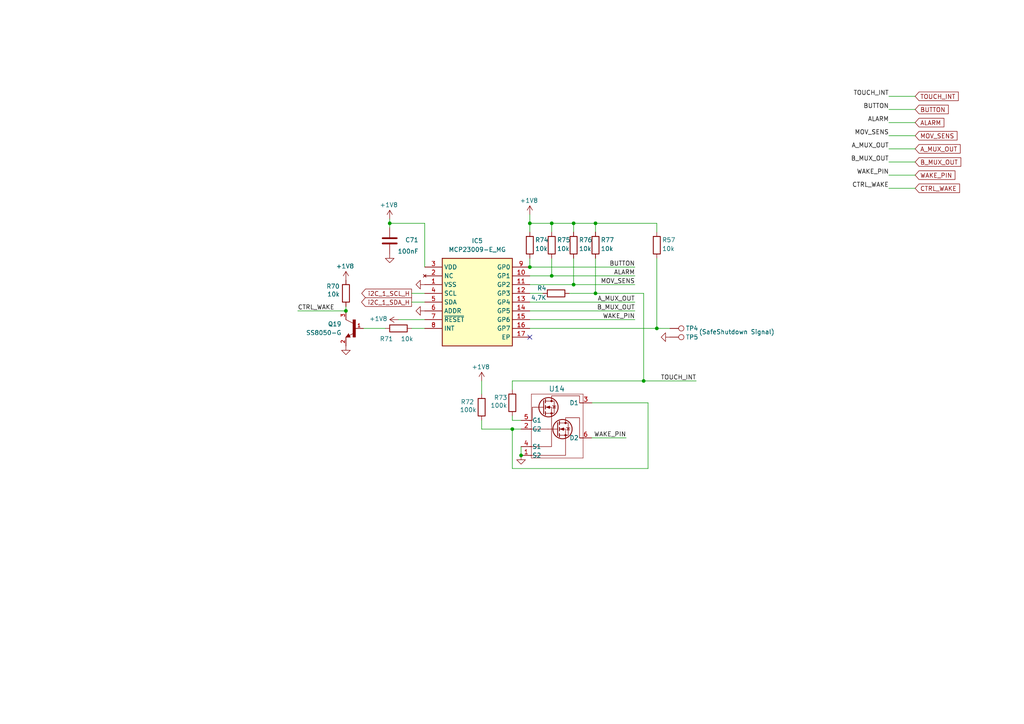
<source format=kicad_sch>
(kicad_sch (version 20231120) (generator "eeschema") (generator_version "8.0")
  (paper "A4")
  (lib_symbols
    (symbol "Connector:TestPoint" (pin_numbers hide) (pin_names (offset 0.762) hide)
      (property "Reference" "TP" (at 0 6.858 0))
      (property "Value" "TestPoint" (at 0 5.08 0))
      (symbol "TestPoint_0_1"
        (circle (center 0 3.302) (radius 0.762))
      )
      (symbol "TestPoint_1_1"
        (pin passive line (at 0 0 90) (length 2.54) (name "1") (number "1"))
      )
    )
    (symbol "DMN53D0LDW:DMN53D0LDW-7" (pin_names (offset 0.254))
      (property "Reference" "U13" (at 14.986 9.144 0))
      (symbol "DMN53D0LDW-7_0_1"
        (polyline (pts (xy 7.62 -10.922) (xy 22.606 -10.922)) (stroke (width 0.127)))
        (polyline (pts (xy 7.62 7.62) (xy 7.62 -10.922)) (stroke (width 0.127)))
        (polyline (pts (xy 11.176 3.81) (xy 8.382 3.81)))
        (polyline (pts (xy 11.176 5.715) (xy 11.176 1.905)) (stroke (width 0.254)))
        (polyline (pts (xy 11.684 2.54) (xy 11.684 1.524)) (stroke (width 0.254)))
        (polyline (pts (xy 11.684 4.318) (xy 11.684 3.302)) (stroke (width 0.254)))
        (polyline (pts (xy 11.684 6.096) (xy 11.684 5.08)) (stroke (width 0.254)))
        (polyline (pts (xy 13.462 6.35) (xy 13.462 5.588)))
        (polyline (pts (xy 15.24 -2.54) (xy 12.446 -2.54)))
        (polyline (pts (xy 15.24 -0.635) (xy 15.24 -4.445)) (stroke (width 0.254)))
        (polyline (pts (xy 15.748 -3.81) (xy 15.748 -4.826)) (stroke (width 0.254)))
        (polyline (pts (xy 15.748 -2.032) (xy 15.748 -3.048)) (stroke (width 0.254)))
        (polyline (pts (xy 15.748 -0.254) (xy 15.748 -1.27)) (stroke (width 0.254)))
        (polyline (pts (xy 17.526 0) (xy 17.526 -0.762)))
        (polyline (pts (xy 22.606 -10.922) (xy 22.606 7.62)) (stroke (width 0.127)))
        (polyline (pts (xy 22.606 7.62) (xy 7.62 7.62)) (stroke (width 0.127)))
        (polyline (pts (xy 13.462 1.27) (xy 13.462 3.81) (xy 11.684 3.81)))
        (polyline (pts (xy 17.526 -5.08) (xy 17.526 -2.54) (xy 15.748 -2.54)))
        (polyline (pts (xy 11.684 2.032) (xy 14.224 2.032) (xy 14.224 5.588) (xy 11.684 5.588)))
        (polyline (pts (xy 11.938 3.81) (xy 12.954 4.191) (xy 12.954 3.429) (xy 11.938 3.81)) (fill (type outline)))
        (polyline (pts (xy 13.716 4.318) (xy 13.843 4.191) (xy 14.605 4.191) (xy 14.732 4.064)))
        (polyline (pts (xy 14.224 4.191) (xy 13.843 3.556) (xy 14.605 3.556) (xy 14.224 4.191)))
        (polyline (pts (xy 15.748 -4.318) (xy 18.288 -4.318) (xy 18.288 -0.762) (xy 15.748 -0.762)))
        (polyline (pts (xy 16.002 -2.54) (xy 17.018 -2.159) (xy 17.018 -2.921) (xy 16.002 -2.54)) (fill (type outline)))
        (polyline (pts (xy 17.78 -2.032) (xy 17.907 -2.159) (xy 18.669 -2.159) (xy 18.796 -2.286)))
        (polyline (pts (xy 18.288 -2.159) (xy 17.907 -2.794) (xy 18.669 -2.794) (xy 18.288 -2.159)))
        (circle (center 12.573 3.81) (radius 2.794) (stroke (width 0.254)))
        (circle (center 13.462 2.032) (radius 0.254) (fill (type outline)))
        (circle (center 13.462 5.588) (radius 0.254) (fill (type outline)))
        (circle (center 16.637 -2.54) (radius 2.794) (stroke (width 0.254)))
        (circle (center 17.526 -4.318) (radius 0.254) (fill (type outline)))
        (circle (center 17.526 -0.762) (radius 0.254) (fill (type outline)))
      )
      (symbol "DMN53D0LDW-7_1_0"
        (pin unspecified line (at 4.62 0 0) (length 3) (name "G1") (number "5"))
      )
      (symbol "DMN53D0LDW-7_1_1"
        (polyline (pts (xy 12.446 -2.54) (xy 7.112 -2.54)))
        (polyline (pts (xy 13.462 1.524) (xy 13.462 -7.62) (xy 7.112 -7.62)))
        (polyline (pts (xy 17.526 -4.826) (xy 17.526 -10.16) (xy 7.366 -10.16)))
        (polyline (pts (xy 9.144 3.81) (xy 7.874 3.81) (xy 7.874 0) (xy 6.858 0)))
        (polyline (pts (xy 13.4657 6.4125) (xy 13.4675 6.8401) (xy 13.462 7.112) (xy 21.59 7.112) (xy 21.59 5.08) (xy 22.606 5.08)))
        (polyline (pts (xy 17.5297 0.0625) (xy 17.5315 0.4901) (xy 17.526 0.762) (xy 21.59 0.762) (xy 21.59 -5.08) (xy 22.606 -5.08)))
        (pin unspecified line (at 4.62 -10.16 0) (length 3) (name "S2") (number "1"))
        (pin unspecified line (at 4.62 -2.54 0) (length 3) (name "G2") (number "2"))
        (pin unspecified line (at 25.19 5.08 180) (length 3.6) (name "D1") (number "3"))
        (pin unspecified line (at 4.62 -7.62 0) (length 3) (name "S1") (number "4"))
        (pin unspecified line (at 25.09 -5.08 180) (length 3.5) (name "D2") (number "6"))
      )
    )
    (symbol "Device:C" (pin_numbers hide) (pin_names (offset 0.254))
      (property "Reference" "C" (at 0.635 2.54 0))
      (property "Value" "C" (at 0.635 -2.54 0))
      (symbol "C_0_1"
        (polyline (pts (xy -2.032 -0.762) (xy 2.032 -0.762)) (stroke (width 0.508)))
        (polyline (pts (xy -2.032 0.762) (xy 2.032 0.762)) (stroke (width 0.508)))
      )
      (symbol "C_1_1"
        (pin passive line (at 0 3.81 270) (length 2.794) (name "~") (number "1"))
        (pin passive line (at 0 -3.81 90) (length 2.794) (name "~") (number "2"))
      )
    )
    (symbol "Device:R" (pin_numbers hide) (pin_names (offset 0))
      (property "Reference" "R" (at 2.032 0 90))
      (property "Value" "R" (at 0 0 90))
      (symbol "R_0_1"
        (rectangle (start -1.016 -2.54) (end 1.016 2.54) (stroke (width 0.254)))
      )
      (symbol "R_1_1"
        (pin passive line (at 0 3.81 270) (length 1.27) (name "~") (number "1"))
        (pin passive line (at 0 -3.81 90) (length 1.27) (name "~") (number "2"))
      )
    )
    (symbol "MCP23009:MCP23009-E_MG"
      (property "Reference" "IC" (at 26.67 7.62 0))
      (property "Value" "MCP23009-E_MG" (at 26.67 5.08 0))
      (symbol "MCP23009-E_MG_1_1"
        (rectangle (start 5.08 2.54) (end 25.4 -22.86) (stroke (width 0.254)) (fill (type background)))
        (pin power_in line (at 0 -5.08 0) (length 5.08) (name "VSS") (number "1"))
        (pin bidirectional line (at 30.48 -2.54 180) (length 5.08) (name "GP1") (number "10"))
        (pin bidirectional line (at 30.48 -5.08 180) (length 5.08) (name "GP2") (number "11"))
        (pin bidirectional line (at 30.48 -7.62 180) (length 5.08) (name "GP3") (number "12"))
        (pin bidirectional line (at 30.48 -10.16 180) (length 5.08) (name "GP4") (number "13"))
        (pin bidirectional line (at 30.48 -12.7 180) (length 5.08) (name "GP5") (number "14"))
        (pin bidirectional line (at 30.48 -15.24 180) (length 5.08) (name "GP6") (number "15"))
        (pin bidirectional line (at 30.48 -17.78 180) (length 5.08) (name "GP7") (number "16"))
        (pin passive line (at 30.48 -20.32 180) (length 5.08) (name "EP") (number "17"))
        (pin no_connect line (at 0 -2.54 0) (length 5.08) (name "NC") (number "2"))
        (pin power_in line (at 0 0 0) (length 5.08) (name "VDD") (number "3"))
        (pin input line (at 0 -7.62 0) (length 5.08) (name "SCL") (number "4"))
        (pin bidirectional line (at 0 -10.16 0) (length 5.08) (name "SDA") (number "5"))
        (pin input line (at 0 -12.7 0) (length 5.08) (name "ADDR") (number "6"))
        (pin input line (at 0 -15.24 0) (length 5.08) (name "~{RESET}") (number "7"))
        (pin output line (at 0 -17.78 0) (length 5.08) (name "INT") (number "8"))
        (pin bidirectional line (at 30.48 0 180) (length 5.08) (name "GP0") (number "9"))
      )
    )
    (symbol "SS8050-G:SS8050-G" (pin_names (offset 1.016))
      (property "Reference" "Q" (at -10.16 7.62 0))
      (property "Value" "SS8050-G" (at -10.16 -7.62 0))
      (symbol "SS8050-G_0_0"
        (rectangle (start -0.254 -2.54) (end 0.508 2.54) (stroke (width 0.1)) (fill (type outline)))
        (polyline (pts (xy 1.27 -2.54) (xy 1.778 -1.524)) (stroke (width 0.1524)))
        (polyline (pts (xy 1.524 -2.413) (xy 2.286 -2.413)) (stroke (width 0.254)))
        (polyline (pts (xy 1.524 -2.286) (xy 1.905 -2.286)) (stroke (width 0.254)))
        (polyline (pts (xy 1.54 -2.04) (xy 0.308 -1.424)) (stroke (width 0.1524)))
        (polyline (pts (xy 1.778 -1.778) (xy 1.524 -2.286)) (stroke (width 0.254)))
        (polyline (pts (xy 1.778 -1.524) (xy 2.54 -2.54)) (stroke (width 0.1524)))
        (polyline (pts (xy 1.905 -2.286) (xy 1.778 -2.032)) (stroke (width 0.254)))
        (polyline (pts (xy 2.286 -2.413) (xy 1.778 -1.778)) (stroke (width 0.254)))
        (polyline (pts (xy 2.54 -2.54) (xy 1.27 -2.54)) (stroke (width 0.1524)))
        (polyline (pts (xy 2.54 2.54) (xy 0.508 1.524)) (stroke (width 0.1524)))
        (pin passive line (at -2.54 0 0) (length 2.54) (name "~") (number "1"))
        (pin passive line (at 2.54 -5.08 90) (length 2.54) (name "~") (number "2"))
        (pin passive line (at 2.54 5.08 270) (length 2.54) (name "~") (number "3"))
      )
    )
    (symbol "power:+1V8" (power) (pin_names (offset 0))
      (property "Value" "+1V8" (at 0 3.556 0))
      (symbol "+1V8_0_1"
        (polyline (pts (xy -0.762 1.27) (xy 0 2.54)))
        (polyline (pts (xy 0 0) (xy 0 2.54)))
        (polyline (pts (xy 0 2.54) (xy 0.762 1.27)))
      )
      (symbol "+1V8_1_1"
        (pin power_in line (at 0 0 90) (length 0) hide (name "+1V8") (number "1"))
      )
    )
    (symbol "power:GND" (power) (pin_names (offset 0))
      (property "Value" "GND" (at 0 -3.81 0))
      (symbol "GND_0_1"
        (polyline (pts (xy 0 0) (xy 0 -1.27) (xy 1.27 -1.27) (xy 0 -2.54) (xy -1.27 -1.27) (xy 0 -1.27)))
      )
      (symbol "GND_1_1"
        (pin power_in line (at 0 0 270) (length 0) hide (name "GND") (number "1"))
      )
    )
  )
  (junction (at 166.37 82.55))
  (junction (at 160.02 80.01))
  (junction (at 148.59 124.46))
  (junction (at 172.72 85.09))
  (junction (at 153.67 64.77))
  (junction (at 100.33 90.17))
  (junction (at 160.02 64.77))
  (junction (at 172.72 64.77))
  (junction (at 190.5 95.25))
  (junction (at 186.69 110.49))
  (junction (at 153.67 77.47))
  (junction (at 113.03 64.77))
  (junction (at 166.37 64.77))
  (junction (at 151.13 132.08))
  (no_connect (at 153.67 97.79))
  (wire (pts (xy 151.13 129.54) (xy 151.13 132.08)))
  (wire (pts (xy 257.81 35.56) (xy 265.43 35.56)))
  (wire (pts (xy 113.03 63.5) (xy 113.03 64.77)))
  (wire (pts (xy 160.02 74.93) (xy 160.02 80.01)))
  (wire (pts (xy 166.37 64.77) (xy 166.37 67.31)))
  (wire (pts (xy 153.67 85.09) (xy 157.48 85.09)))
  (wire (pts (xy 113.03 64.77) (xy 123.19 64.77)))
  (wire (pts (xy 139.7 110.49) (xy 139.7 114.3)))
  (wire (pts (xy 139.7 121.92) (xy 139.7 124.46)))
  (wire (pts (xy 172.72 64.77) (xy 190.5 64.77)))
  (wire (pts (xy 166.37 82.55) (xy 184.15 82.55)))
  (wire (pts (xy 148.59 110.49) (xy 148.59 113.03)))
  (wire (pts (xy 257.81 27.94) (xy 265.43 27.94)))
  (wire (pts (xy 171.7 116.84) (xy 187.96 116.84)))
  (wire (pts (xy 172.72 85.09) (xy 186.69 85.09)))
  (wire (pts (xy 153.67 77.47) (xy 184.15 77.47)))
  (wire (pts (xy 165.1 85.09) (xy 172.72 85.09)))
  (wire (pts (xy 257.81 43.18) (xy 265.43 43.18)))
  (wire (pts (xy 148.59 120.65) (xy 148.59 121.92)))
  (wire (pts (xy 148.59 110.49) (xy 186.69 110.49)))
  (wire (pts (xy 186.69 85.09) (xy 186.69 110.49)))
  (wire (pts (xy 186.69 110.49) (xy 201.93 110.49)))
  (wire (pts (xy 187.96 116.84) (xy 187.96 135.89)))
  (wire (pts (xy 115.57 92.71) (xy 123.19 92.71)))
  (wire (pts (xy 148.59 121.92) (xy 151.13 121.92)))
  (wire (pts (xy 153.67 80.01) (xy 160.02 80.01)))
  (wire (pts (xy 166.37 74.93) (xy 166.37 82.55)))
  (wire (pts (xy 113.03 64.77) (xy 113.03 66.04)))
  (wire (pts (xy 172.72 64.77) (xy 172.72 67.31)))
  (wire (pts (xy 119.38 85.09) (xy 123.19 85.09)))
  (wire (pts (xy 190.5 64.77) (xy 190.5 67.31)))
  (wire (pts (xy 100.33 88.9) (xy 100.33 90.17)))
  (wire (pts (xy 190.5 95.25) (xy 194.31 95.25)))
  (wire (pts (xy 265.43 54.61) (xy 257.81 54.61)))
  (wire (pts (xy 171.6 127) (xy 181.61 127)))
  (wire (pts (xy 257.81 50.8) (xy 265.43 50.8)))
  (wire (pts (xy 257.81 31.75) (xy 265.43 31.75)))
  (wire (pts (xy 172.72 74.93) (xy 172.72 85.09)))
  (wire (pts (xy 153.67 87.63) (xy 184.15 87.63)))
  (wire (pts (xy 160.02 80.01) (xy 184.15 80.01)))
  (wire (pts (xy 119.38 87.63) (xy 123.19 87.63)))
  (wire (pts (xy 111.76 95.25) (xy 105.41 95.25)))
  (wire (pts (xy 153.67 90.17) (xy 184.15 90.17)))
  (wire (pts (xy 187.96 135.89) (xy 148.59 135.89)))
  (wire (pts (xy 190.5 95.25) (xy 153.67 95.25)))
  (wire (pts (xy 166.37 64.77) (xy 172.72 64.77)))
  (wire (pts (xy 153.67 62.23) (xy 153.67 64.77)))
  (wire (pts (xy 153.67 64.77) (xy 160.02 64.77)))
  (wire (pts (xy 139.7 124.46) (xy 148.59 124.46)))
  (wire (pts (xy 153.67 64.77) (xy 153.67 67.31)))
  (wire (pts (xy 160.02 64.77) (xy 166.37 64.77)))
  (wire (pts (xy 153.67 74.93) (xy 153.67 77.47)))
  (wire (pts (xy 190.5 74.93) (xy 190.5 95.25)))
  (wire (pts (xy 119.38 95.25) (xy 123.19 95.25)))
  (wire (pts (xy 257.81 39.37) (xy 265.43 39.37)))
  (wire (pts (xy 148.59 124.46) (xy 151.13 124.46)))
  (wire (pts (xy 160.02 64.77) (xy 160.02 67.31)))
  (wire (pts (xy 153.67 92.71) (xy 184.15 92.71)))
  (wire (pts (xy 86.36 90.17) (xy 100.33 90.17)))
  (wire (pts (xy 153.67 82.55) (xy 166.37 82.55)))
  (wire (pts (xy 148.59 135.89) (xy 148.59 124.46)))
  (wire (pts (xy 123.19 64.77) (xy 123.19 77.47)))
  (wire (pts (xy 257.81 46.99) (xy 265.43 46.99)))
  (label "WAKE_PIN" (at 184.15 92.71 180))
  (label "BUTTON" (at 257.81 31.75 180))
  (label "ALARM" (at 184.15 80.01 180))
  (label "MOV_SENS" (at 257.81 39.37 180))
  (label "B_MUX_OUT" (at 184.15 90.17 180))
  (label "TOUCH_INT" (at 257.81 27.94 180))
  (label "B_MUX_OUT" (at 257.81 46.99 180))
  (label "CTRL_WAKE" (at 86.36 90.17 0))
  (label "WAKE_PIN" (at 257.81 50.8 180))
  (label "A_MUX_OUT" (at 257.81 43.18 180))
  (label "MOV_SENS" (at 184.15 82.55 180))
  (label "CTRL_WAKE" (at 257.81 54.61 180))
  (label "A_MUX_OUT" (at 184.15 87.63 180))
  (label "ALARM" (at 257.81 35.56 180))
  (label "WAKE_PIN" (at 181.61 127 180))
  (label "BUTTON" (at 184.15 77.47 180))
  (label "TOUCH_INT" (at 201.93 110.49 180))
  (global_label "B_MUX_OUT" (shape input) (at 265.43 46.99 0) (property "Intersheetrefs" "${INTERSHEET_REFS}" (effects (hide yes))))
  (global_label "WAKE_PIN" (shape input) (at 265.43 50.8 0) (property "Intersheetrefs" "${INTERSHEET_REFS}" (effects (hide yes))))
  (global_label "ALARM" (shape input) (at 265.43 35.56 0) (property "Intersheetrefs" "${INTERSHEET_REFS}" (effects (hide yes))))
  (global_label "BUTTON" (shape input) (at 265.43 31.75 0) (property "Intersheetrefs" "${INTERSHEET_REFS}" (effects (hide yes))))
  (global_label "MOV_SENS" (shape input) (at 265.43 39.37 0) (property "Intersheetrefs" "${INTERSHEET_REFS}" (effects (hide yes))))
  (global_label "i2C_1_SCL_H" (shape output) (at 119.38 85.09 180) (property "Intersheetrefs" "${INTERSHEET_REFS}" (effects (hide yes))))
  (global_label "TOUCH_INT" (shape input) (at 265.43 27.94 0) (property "Intersheetrefs" "${INTERSHEET_REFS}" (effects (hide yes))))
  (global_label "A_MUX_OUT" (shape input) (at 265.43 43.18 0) (property "Intersheetrefs" "${INTERSHEET_REFS}" (effects (hide yes))))
  (global_label "CTRL_WAKE" (shape input) (at 265.43 54.61 0) (property "Intersheetrefs" "${INTERSHEET_REFS}" (effects (hide yes))))
  (global_label "i2C_1_SDA_H" (shape output) (at 119.38 87.63 180) (property "Intersheetrefs" "${INTERSHEET_REFS}" (effects (hide yes))))
  (symbol (lib_id "power:+1V8") (at 153.67 62.23 0) (unit 1)
    (property "Reference" "#PWR0192" (effects (hide yes)))
    (property "Value" "+1V8" (at 153.416 58.166 0))
  )
  (symbol (lib_id "MCP23009:MCP23009-E_MG") (at 123.19 77.47 0) (unit 1)
    (property "Reference" "IC5" (at 138.43 69.85 0))
    (property "Value" "MCP23009-E_MG" (at 138.43 72.39 0))
    (property "Footprint" "QFN50P300X300X90-17N-D" (effects (hide yes)))
    (property "Datasheet" "http://ww1.microchip.com/downloads/en/DeviceDoc/20002121C.pdf" (effects (hide yes)))
    (property "Description" "Microchip MCP23009-E/MG, 8-channel 8bit I/O Expander 3.4MHz, I2C, 16-Pin QFN" (effects (hide yes)))
    (property "Height" "0.9" (effects (hide yes)))
    (property "Manufacturer_Name" "Microchip" (effects (hide yes)))
    (property "Manufacturer_Part_Number" "MCP23009-E/MG" (effects (hide yes)))
    (property "Mouser Part Number" "579-MCP23009-E/MG" (effects (hide yes)))
    (property "Mouser Price/Stock" "https://www.mouser.co.uk/ProductDetail/Microchip-Technology/MCP23009-E-MG?qs=Xb8IjHhkxj5%2FhepKZpS8CQ%3D%3D" (effects (hide yes)))
    (property "Arrow Part Number" "MCP23009-E/MG" (effects (hide yes)))
    (property "Arrow Price/Stock" "https://www.arrow.com/en/products/mcp23009-emg/microchip-technology?region=nac" (effects (hide yes)))
  )
  (symbol (lib_id "power:GND") (at 151.13 132.08 0) (mirror y) (unit 1)
    (property "Reference" "#PWR0191" (effects (hide yes)))
    (property "Value" "GND" (effects (hide yes)))
  )
  (symbol (lib_id "Connector:TestPoint") (at 194.31 95.25 270) (unit 1)
    (property "Reference" "TP4" (at 198.882 95.25 90) (effects (justify left)))
    (property "Value" "(SafeShutdown Signal)" (at 202.692 96.266 90) (effects (justify left)))
    (property "Footprint" "TestPoint:TestPoint_Pad_D2.0mm" (effects (hide yes)))
    (property "Description" "test point" (effects (hide yes)))
  )
  (symbol (lib_id "Device:R") (at 172.72 71.12 0) (unit 1)
    (property "Reference" "R77" (at 174.244 69.596 0) (effects (justify left)))
    (property "Value" "10k" (at 174.244 72.136 0) (effects (justify left)))
    (property "Footprint" "Resistor_SMD:R_0603_1608Metric" (effects (hide yes)))
  )
  (symbol (lib_id "Device:R") (at 166.37 71.12 0) (unit 1)
    (property "Reference" "R76" (at 167.894 69.596 0) (effects (justify left)))
    (property "Value" "10k" (at 167.894 72.136 0) (effects (justify left)))
    (property "Footprint" "Resistor_SMD:R_0603_1608Metric" (effects (hide yes)))
  )
  (symbol (lib_id "Device:R") (at 100.33 85.09 0) (mirror y) (unit 1)
    (property "Reference" "R70" (at 98.552 83.058 0) (effects (justify left)))
    (property "Value" "10k" (at 98.552 85.344 0) (effects (justify left)))
    (property "Footprint" "Resistor_SMD:R_0603_1608Metric" (effects (hide yes)))
  )
  (symbol (lib_id "power:GND") (at 123.19 90.17 270) (mirror x) (unit 1)
    (property "Reference" "#PWR0189" (effects (hide yes)))
    (property "Value" "GND" (effects (hide yes)))
  )
  (symbol (lib_id "DMN53D0LDW:DMN53D0LDW-7") (at 146.51 121.92 0) (unit 1)
    (property "Reference" "U14" (at 161.496 112.776 0) (effects (font (size 1.524 1.524))))
    (property "Value" "DMN53D0LDW-7" (effects (hide yes)))
    (property "Footprint" "SOT-363_DIO" (effects (hide yes)))
    (property "Datasheet" "DMN53D0LDW-7" (effects (hide yes)))
  )
  (symbol (lib_id "SS8050-G:SS8050-G") (at 102.87 95.25 0) (mirror y) (unit 1)
    (property "Reference" "Q19" (at 99.06 93.9799 0) (effects (justify left)))
    (property "Value" "SS8050-G" (at 99.06 96.5199 0) (effects (justify left)))
    (property "Footprint" "libs:TRANS_SS8050-G" (effects (hide yes)))
    (property "Description" "\nBipolar (BJT) Transistor NPN 25 V 1.5 A 100MHz 300 mW Surface Mount SOT-23-3\n" (effects (hide yes)))
    (property "MF" "Comchip Technology" (effects (hide yes)))
    (property "MAXIMUM_PACKAGE_HEIGHT" "1.05 mm" (effects (hide yes)))
    (property "Package" "TO-236 Comchip" (effects (hide yes)))
    (property "Price" "None" (effects (hide yes)))
    (property "Check_prices" "https://www.snapeda.com/parts/SS8050-G/Comchip+Technology/view-part/?ref=eda" (effects (hide yes)))
    (property "STANDARD" "Manufacturer Recommendations" (effects (hide yes)))
    (property "PARTREV" "A" (effects (hide yes)))
    (property "SnapEDA_Link" "https://www.snapeda.com/parts/SS8050-G/Comchip+Technology/view-part/?ref=snap" (effects (hide yes)))
    (property "MP" "SS8050-G" (effects (hide yes)))
    (property "Purchase-URL" "https://www.snapeda.com/api/url_track_click_mouser/?unipart_id=809142&manufacturer=Comchip Technology&part_name=SS8050-G&search_term=ss8050-g" (effects (hide yes)))
    (property "Availability" "In Stock" (effects (hide yes)))
    (property "MANUFACTURER" "Comchip" (effects (hide yes)))
  )
  (symbol (lib_id "Device:R") (at 139.7 118.11 0) (unit 1)
    (property "Reference" "R72" (at 133.604 116.586 0) (effects (justify left)))
    (property "Value" "100k" (at 133.35 118.872 0) (effects (justify left)))
    (property "Footprint" "Resistor_SMD:R_0603_1608Metric" (effects (hide yes)))
  )
  (symbol (lib_id "Device:R") (at 148.59 116.84 0) (unit 1)
    (property "Reference" "R73" (at 143.256 115.316 0) (effects (justify left)))
    (property "Value" "100k" (at 142.24 117.602 0) (effects (justify left)))
    (property "Footprint" "Resistor_SMD:R_0603_1608Metric" (effects (hide yes)))
  )
  (symbol (lib_id "Connector:TestPoint") (at 194.31 97.79 270) (unit 1)
    (property "Reference" "TP5" (at 198.882 97.79 90) (effects (justify left)))
    (property "Value" "TestPoint" (effects (hide yes)))
    (property "Footprint" "TestPoint:TestPoint_Pad_D2.0mm" (effects (hide yes)))
    (property "Description" "test point" (effects (hide yes)))
  )
  (symbol (lib_id "Device:C") (at 113.03 69.85 0) (mirror y) (unit 1)
    (property "Reference" "C71" (at 121.412 69.596 0) (effects (justify left)))
    (property "Value" "100nF" (at 121.412 72.898 0) (effects (justify left)))
    (property "Footprint" "Capacitor_SMD:C_0603_1608Metric" (effects (hide yes)))
  )
  (symbol (lib_id "Device:R") (at 190.5 71.12 0) (unit 1)
    (property "Reference" "R57" (at 192.024 69.596 0) (effects (justify left)))
    (property "Value" "10k" (at 192.024 72.136 0) (effects (justify left)))
    (property "Footprint" "Resistor_SMD:R_0603_1608Metric" (effects (hide yes)))
  )
  (symbol (lib_id "Device:R") (at 115.57 95.25 90) (mirror x) (unit 1)
    (property "Reference" "R71" (at 114.046 98.298 90) (effects (justify left)))
    (property "Value" "10k" (at 119.888 98.298 90) (effects (justify left)))
    (property "Footprint" "Resistor_SMD:R_0603_1608Metric" (effects (hide yes)))
  )
  (symbol (lib_id "power:GND") (at 113.03 73.66 0) (mirror y) (unit 1)
    (property "Reference" "#PWR0186" (effects (hide yes)))
    (property "Value" "GND" (effects (hide yes)))
  )
  (symbol (lib_id "power:+1V8") (at 100.33 81.28 0) (unit 1)
    (property "Reference" "#PWR0183" (effects (hide yes)))
    (property "Value" "+1V8" (at 100.076 77.216 0))
  )
  (symbol (lib_id "Device:R") (at 161.29 85.09 90) (unit 1)
    (property "Reference" "R4" (at 158.496 83.566 90) (effects (justify left)))
    (property "Value" "4,7K" (at 158.496 86.36 90) (effects (justify left)))
    (property "Footprint" "Resistor_SMD:R_0603_1608Metric" (effects (hide yes)))
  )
  (symbol (lib_id "power:+1V8") (at 115.57 92.71 90) (unit 1)
    (property "Reference" "#PWR0187" (effects (hide yes)))
    (property "Value" "+1V8" (at 109.728 92.456 90))
  )
  (symbol (lib_id "power:GND") (at 194.31 97.79 270) (mirror x) (unit 1)
    (property "Reference" "#PWR012" (effects (hide yes)))
    (property "Value" "GND" (effects (hide yes)))
  )
  (symbol (lib_id "power:GND") (at 100.33 100.33 0) (unit 1)
    (property "Reference" "#PWR0184" (effects (hide yes)))
    (property "Value" "GND" (effects (hide yes)))
  )
  (symbol (lib_id "power:+1V8") (at 113.03 63.5 0) (unit 1)
    (property "Reference" "#PWR0185" (effects (hide yes)))
    (property "Value" "+1V8" (at 112.776 59.436 0))
  )
  (symbol (lib_id "Device:R") (at 160.02 71.12 0) (unit 1)
    (property "Reference" "R75" (at 161.544 69.596 0) (effects (justify left)))
    (property "Value" "10k" (at 161.544 72.136 0) (effects (justify left)))
    (property "Footprint" "Resistor_SMD:R_0603_1608Metric" (effects (hide yes)))
  )
  (symbol (lib_id "Device:R") (at 153.67 71.12 0) (unit 1)
    (property "Reference" "R74" (at 155.194 69.596 0) (effects (justify left)))
    (property "Value" "10k" (at 155.194 72.136 0) (effects (justify left)))
    (property "Footprint" "Resistor_SMD:R_0603_1608Metric" (effects (hide yes)))
  )
  (symbol (lib_id "power:+1V8") (at 139.7 110.49 0) (unit 1)
    (property "Reference" "#PWR0190" (effects (hide yes)))
    (property "Value" "+1V8" (at 139.446 106.426 0))
  )
  (symbol (lib_id "power:GND") (at 123.19 82.55 270) (mirror x) (unit 1)
    (property "Reference" "#PWR0188" (effects (hide yes)))
    (property "Value" "GND" (effects (hide yes)))
  )
)
</source>
